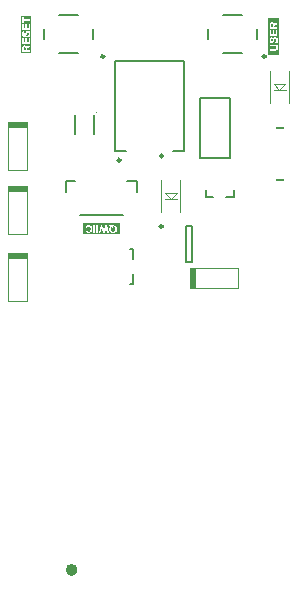
<source format=gto>
G04*
G04 #@! TF.GenerationSoftware,Altium Limited,Altium Designer,24.1.2 (44)*
G04*
G04 Layer_Color=65535*
%FSLAX23Y23*%
%MOIN*%
G70*
G04*
G04 #@! TF.SameCoordinates,2B9B36D7-F7CC-424B-A3D7-6DE2A24948DF*
G04*
G04*
G04 #@! TF.FilePolarity,Positive*
G04*
G01*
G75*
%ADD10C,0.010*%
%ADD11C,0.020*%
%ADD12C,0.004*%
%ADD13C,0.008*%
%ADD14R,0.029X0.007*%
G36*
X84Y1816D02*
X19D01*
Y1833D01*
X84D01*
Y1816D01*
D02*
G37*
G36*
Y1603D02*
X19D01*
Y1620D01*
X84D01*
Y1603D01*
D02*
G37*
G36*
Y1379D02*
X19D01*
Y1396D01*
X84D01*
Y1379D01*
D02*
G37*
G36*
X645Y1279D02*
X628D01*
Y1344D01*
X645D01*
Y1279D01*
D02*
G37*
G36*
X393Y1459D02*
X269D01*
Y1494D01*
X393D01*
Y1459D01*
D02*
G37*
G36*
X98Y2063D02*
X63D01*
Y2187D01*
X98D01*
Y2063D01*
D02*
G37*
G36*
X923Y2056D02*
X888D01*
Y2180D01*
X923D01*
Y2056D01*
D02*
G37*
%LPC*%
G36*
X350Y1488D02*
X345D01*
X339Y1469D01*
X334Y1488D01*
X329D01*
X323Y1463D01*
X350D01*
X342D01*
X347Y1480D01*
X351Y1463D01*
X356D01*
X350Y1488D01*
D02*
G37*
G36*
X290Y1489D02*
X279D01*
X289D01*
X289Y1489D01*
X288Y1488D01*
X287Y1488D01*
X287Y1488D01*
X286Y1488D01*
X285Y1488D01*
X285Y1488D01*
X284Y1488D01*
X284Y1487D01*
X284Y1487D01*
X283Y1487D01*
X283Y1487D01*
X283Y1487D01*
X283Y1487D01*
X283Y1487D01*
X283Y1487D01*
X282Y1486D01*
X282Y1486D01*
X281Y1485D01*
X281Y1485D01*
X281Y1484D01*
X280Y1484D01*
X280Y1483D01*
X279Y1482D01*
X279Y1482D01*
X279Y1481D01*
X279Y1481D01*
X279Y1481D01*
X279Y1480D01*
X279Y1480D01*
Y1480D01*
Y1480D01*
Y1480D01*
X284Y1479D01*
X284Y1479D01*
X284Y1480D01*
X284Y1480D01*
X284Y1480D01*
X285Y1481D01*
X285Y1481D01*
X285Y1482D01*
X285Y1482D01*
X285Y1482D01*
X286Y1483D01*
X286Y1483D01*
X286Y1483D01*
X286Y1483D01*
X287Y1483D01*
X287Y1484D01*
X288Y1484D01*
X288Y1484D01*
X289Y1484D01*
X289Y1484D01*
X289Y1484D01*
X289D01*
X290Y1484D01*
X290Y1484D01*
X291Y1484D01*
X291Y1484D01*
X292Y1483D01*
X293Y1483D01*
X293Y1483D01*
X293Y1483D01*
X294Y1483D01*
X294Y1482D01*
X294Y1482D01*
X294Y1482D01*
X294Y1482D01*
X294Y1482D01*
X294Y1482D01*
X295Y1481D01*
X295Y1481D01*
X295Y1480D01*
X295Y1479D01*
X296Y1478D01*
X296Y1477D01*
X296Y1477D01*
X296Y1476D01*
X296Y1476D01*
X296Y1476D01*
Y1475D01*
Y1475D01*
Y1475D01*
X296Y1474D01*
X296Y1474D01*
X296Y1473D01*
X295Y1472D01*
X295Y1472D01*
X295Y1471D01*
X295Y1471D01*
X295Y1470D01*
X295Y1470D01*
X295Y1469D01*
X294Y1469D01*
X294Y1469D01*
X294Y1469D01*
X294Y1469D01*
X294Y1469D01*
X294Y1469D01*
X294Y1468D01*
X293Y1468D01*
X293Y1468D01*
X293Y1467D01*
X292Y1467D01*
X292Y1467D01*
X291Y1467D01*
X290Y1467D01*
X290Y1467D01*
X290Y1467D01*
X290Y1466D01*
X289D01*
X289Y1467D01*
X288Y1467D01*
X287Y1467D01*
X287Y1467D01*
X286Y1467D01*
X286Y1467D01*
X286Y1468D01*
X286Y1468D01*
X285Y1468D01*
X285Y1469D01*
X285Y1469D01*
X284Y1470D01*
X284Y1470D01*
X284Y1470D01*
X284Y1471D01*
X284Y1471D01*
X284Y1471D01*
Y1471D01*
X279Y1470D01*
X279Y1469D01*
X279Y1468D01*
X279Y1468D01*
X280Y1468D01*
X280Y1467D01*
X280Y1467D01*
X280Y1466D01*
X281Y1466D01*
X281Y1466D01*
X281Y1466D01*
X281Y1465D01*
X281Y1465D01*
X281Y1465D01*
X281Y1465D01*
X281Y1465D01*
X281Y1465D01*
X282Y1464D01*
X283Y1464D01*
X283Y1464D01*
X284Y1463D01*
X285Y1463D01*
X285Y1463D01*
X286Y1463D01*
X286Y1462D01*
X287Y1462D01*
X287Y1462D01*
X288Y1462D01*
X288Y1462D01*
X289D01*
X289Y1462D01*
X279D01*
X301D01*
X289D01*
X290Y1462D01*
X291Y1462D01*
X292Y1462D01*
X293Y1463D01*
X294Y1463D01*
X294Y1463D01*
X295Y1463D01*
X295Y1464D01*
X296Y1464D01*
X296Y1464D01*
X297Y1465D01*
X297Y1465D01*
X297Y1465D01*
X298Y1465D01*
X298Y1466D01*
X298Y1466D01*
X298Y1466D01*
X299Y1467D01*
X299Y1468D01*
X300Y1469D01*
X300Y1469D01*
X300Y1470D01*
X300Y1471D01*
X301Y1472D01*
X301Y1473D01*
X301Y1473D01*
X301Y1474D01*
X301Y1474D01*
X301Y1475D01*
X301Y1475D01*
Y1476D01*
X301Y1477D01*
X301Y1478D01*
X301Y1479D01*
X301Y1480D01*
X300Y1480D01*
X300Y1481D01*
X300Y1482D01*
X299Y1483D01*
X299Y1483D01*
X299Y1484D01*
X299Y1484D01*
X298Y1484D01*
X298Y1485D01*
X298Y1485D01*
X298Y1485D01*
X298Y1485D01*
X297Y1486D01*
X297Y1486D01*
X296Y1487D01*
X295Y1487D01*
X294Y1487D01*
X294Y1488D01*
X293Y1488D01*
X292Y1488D01*
X292Y1488D01*
X291Y1488D01*
X291Y1488D01*
X290Y1488D01*
X290Y1489D01*
X290Y1489D01*
D02*
G37*
G36*
X320Y1488D02*
X315D01*
Y1463D01*
X320D01*
Y1488D01*
D02*
G37*
G36*
X310D02*
X305D01*
Y1463D01*
X310D01*
Y1488D01*
D02*
G37*
G36*
X359Y1491D02*
X357Y1487D01*
X358Y1487D01*
X358Y1486D01*
X359Y1486D01*
X360Y1486D01*
X360Y1485D01*
X361Y1485D01*
X361Y1485D01*
X361Y1485D01*
X361Y1485D01*
X361Y1485D01*
X361D01*
X361Y1484D01*
X360Y1484D01*
X360Y1483D01*
X359Y1482D01*
X359Y1482D01*
X359Y1481D01*
X359Y1481D01*
X359Y1481D01*
X359Y1481D01*
Y1481D01*
X358Y1480D01*
X358Y1479D01*
X358Y1478D01*
X358Y1477D01*
X358Y1477D01*
X358Y1476D01*
Y1476D01*
X358Y1476D01*
Y1476D01*
Y1475D01*
Y1475D01*
Y1475D01*
X358Y1474D01*
X358Y1473D01*
X358Y1472D01*
X358Y1471D01*
X359Y1470D01*
X359Y1469D01*
X359Y1469D01*
X360Y1468D01*
X360Y1467D01*
X360Y1467D01*
X360Y1467D01*
X361Y1466D01*
X361Y1466D01*
X361Y1466D01*
X361Y1466D01*
X361Y1466D01*
X362Y1465D01*
X363Y1464D01*
X363Y1464D01*
X364Y1464D01*
X365Y1463D01*
X366Y1463D01*
X366Y1463D01*
X367Y1462D01*
X368Y1462D01*
X368Y1462D01*
X369Y1462D01*
X369Y1462D01*
X370Y1462D01*
X370Y1462D01*
X357D01*
X370D01*
X371Y1462D01*
X372Y1462D01*
X373Y1462D01*
X374Y1463D01*
X375Y1463D01*
X376Y1463D01*
X376Y1463D01*
X377Y1464D01*
X377Y1464D01*
X378Y1464D01*
X378Y1465D01*
X379Y1465D01*
X379Y1465D01*
X379Y1465D01*
X379Y1466D01*
X379Y1466D01*
X380Y1466D01*
X380Y1467D01*
X381Y1468D01*
X381Y1469D01*
X382Y1469D01*
X382Y1470D01*
X382Y1471D01*
X382Y1472D01*
X382Y1472D01*
X382Y1473D01*
X383Y1474D01*
X383Y1474D01*
X383Y1475D01*
X383Y1475D01*
Y1462D01*
Y1475D01*
X383Y1476D01*
X383Y1478D01*
X382Y1479D01*
X382Y1480D01*
X382Y1480D01*
X382Y1481D01*
X381Y1482D01*
X381Y1483D01*
X381Y1483D01*
X380Y1484D01*
X380Y1484D01*
X380Y1484D01*
X380Y1485D01*
X379Y1485D01*
X379Y1485D01*
X379Y1485D01*
X379Y1486D01*
X378Y1486D01*
X377Y1487D01*
X376Y1487D01*
X376Y1487D01*
X375Y1488D01*
X374Y1488D01*
X373Y1488D01*
X373Y1488D01*
X372Y1488D01*
X372Y1488D01*
X371Y1489D01*
X371Y1489D01*
X370Y1489D01*
X370D01*
X369Y1489D01*
X368Y1488D01*
X367Y1488D01*
X367Y1488D01*
X366Y1488D01*
X366Y1488D01*
X365Y1488D01*
X365Y1488D01*
X365Y1488D01*
X365Y1488D01*
X365Y1488D01*
X365Y1487D01*
X365D01*
X364Y1488D01*
X363Y1488D01*
X363Y1488D01*
X363Y1489D01*
X362Y1489D01*
X362Y1489D01*
X362Y1489D01*
X362Y1489D01*
X361Y1490D01*
X361Y1490D01*
X361Y1490D01*
X361Y1490D01*
X360Y1490D01*
X360Y1490D01*
X360Y1490D01*
X359Y1491D01*
X359Y1491D01*
X359Y1491D01*
X359Y1491D01*
D02*
G37*
%LPD*%
G36*
X336Y1463D02*
X328D01*
X332Y1480D01*
X336Y1463D01*
D02*
G37*
G36*
X371Y1484D02*
X371Y1484D01*
X372Y1484D01*
X372Y1484D01*
X373Y1484D01*
X374Y1483D01*
X374Y1483D01*
X374Y1483D01*
X375Y1483D01*
X375Y1483D01*
X375Y1482D01*
X375Y1482D01*
X375Y1482D01*
X375Y1482D01*
X375Y1482D01*
X376Y1482D01*
X376Y1481D01*
X376Y1481D01*
X376Y1480D01*
X377Y1479D01*
X377Y1479D01*
X377Y1478D01*
X377Y1477D01*
X377Y1477D01*
X377Y1476D01*
X377Y1476D01*
X377Y1476D01*
Y1476D01*
Y1475D01*
Y1475D01*
X377Y1475D01*
X377Y1474D01*
X377Y1473D01*
X377Y1472D01*
X377Y1472D01*
X377Y1471D01*
X377Y1471D01*
X376Y1470D01*
X376Y1470D01*
X376Y1470D01*
X376Y1469D01*
X376Y1469D01*
X376Y1469D01*
X375Y1469D01*
X375Y1469D01*
X375Y1469D01*
X375Y1468D01*
X375Y1468D01*
X374Y1468D01*
X374Y1467D01*
X373Y1467D01*
X373Y1467D01*
X372Y1467D01*
X372Y1467D01*
X371Y1467D01*
X371Y1467D01*
X371Y1467D01*
X371Y1466D01*
X370D01*
X370Y1467D01*
X369Y1467D01*
X369Y1467D01*
X368Y1467D01*
X368Y1467D01*
X367Y1467D01*
X367Y1467D01*
X367Y1468D01*
X366Y1468D01*
X366Y1468D01*
X366Y1468D01*
X366Y1468D01*
X365Y1468D01*
X365Y1469D01*
X365Y1469D01*
X365Y1469D01*
X365Y1469D01*
X364Y1470D01*
X364Y1470D01*
X364Y1471D01*
X364Y1471D01*
X364Y1472D01*
X363Y1473D01*
X363Y1473D01*
X363Y1474D01*
X363Y1474D01*
X363Y1475D01*
X363Y1475D01*
Y1475D01*
Y1475D01*
Y1475D01*
X363Y1476D01*
X363Y1477D01*
X363Y1477D01*
X363Y1478D01*
X364Y1479D01*
X364Y1479D01*
X364Y1479D01*
Y1479D01*
X364Y1479D01*
Y1479D01*
X364Y1480D01*
X364Y1480D01*
X364Y1481D01*
X365Y1481D01*
X365Y1482D01*
X365Y1482D01*
X365Y1482D01*
X365Y1482D01*
X366Y1481D01*
X367Y1481D01*
X368Y1480D01*
X368Y1480D01*
X369Y1480D01*
X369Y1480D01*
X369Y1480D01*
X370Y1479D01*
X370Y1479D01*
X370Y1479D01*
X370Y1479D01*
X370D01*
X371Y1482D01*
X371Y1483D01*
X370Y1483D01*
X370Y1483D01*
X369Y1483D01*
X369Y1484D01*
X369Y1484D01*
X368Y1484D01*
X368Y1484D01*
X368D01*
X369Y1484D01*
X369Y1484D01*
X369Y1484D01*
X370Y1484D01*
X370D01*
X370Y1484D01*
X370D01*
X371Y1484D01*
D02*
G37*
%LPC*%
G36*
X94Y2183D02*
Y2175D01*
X72D01*
Y2183D01*
X68D01*
Y2162D01*
X94D01*
Y2183D01*
D02*
G37*
G36*
Y2160D02*
X68D01*
X89D01*
Y2146D01*
X82D01*
Y2158D01*
X78D01*
Y2146D01*
X72D01*
Y2159D01*
X68D01*
Y2140D01*
X94D01*
Y2160D01*
D02*
G37*
G36*
X94Y2136D02*
D01*
Y2126D01*
X94Y2127D01*
X94Y2128D01*
X94Y2129D01*
X94Y2129D01*
X94Y2129D01*
X94Y2130D01*
X93Y2130D01*
X93Y2130D01*
X93Y2131D01*
X93Y2131D01*
X93Y2131D01*
X93Y2131D01*
X93Y2131D01*
Y2131D01*
X93Y2132D01*
X92Y2133D01*
X92Y2133D01*
X91Y2134D01*
X91Y2134D01*
X91Y2135D01*
X90Y2135D01*
X90Y2135D01*
X90Y2135D01*
X90D01*
X89Y2135D01*
X89Y2136D01*
X88Y2136D01*
X87Y2136D01*
X87Y2136D01*
X87Y2136D01*
X86D01*
X86Y2136D01*
X67D01*
X86D01*
X85Y2136D01*
X84Y2136D01*
X84Y2136D01*
X83Y2136D01*
X83Y2135D01*
X82Y2135D01*
X82Y2135D01*
X82Y2135D01*
X82Y2135D01*
X82Y2135D01*
X82D01*
X81Y2135D01*
X81Y2134D01*
X80Y2134D01*
X80Y2133D01*
X80Y2133D01*
X80Y2132D01*
X79Y2132D01*
X79Y2132D01*
X79Y2132D01*
Y2132D01*
X79Y2132D01*
X79Y2131D01*
X79Y2131D01*
X78Y2130D01*
X78Y2129D01*
X78Y2128D01*
X78Y2128D01*
X78Y2128D01*
X78Y2127D01*
X78Y2127D01*
X78Y2127D01*
X77Y2127D01*
Y2127D01*
X77Y2126D01*
X77Y2125D01*
X77Y2125D01*
X77Y2124D01*
X77Y2124D01*
X77Y2123D01*
X76Y2123D01*
X76Y2123D01*
X76Y2123D01*
X76Y2122D01*
X76Y2122D01*
X76Y2122D01*
X76Y2122D01*
X76Y2122D01*
X76Y2122D01*
X76Y2122D01*
X75Y2121D01*
X75Y2121D01*
X75Y2121D01*
X75Y2121D01*
X74Y2121D01*
X74D01*
X74D01*
X74Y2121D01*
X74Y2121D01*
X73Y2121D01*
X73Y2122D01*
X73Y2122D01*
X73Y2122D01*
X73Y2122D01*
X73Y2122D01*
X72Y2122D01*
X72Y2123D01*
X72Y2124D01*
X72Y2124D01*
X72Y2125D01*
Y2125D01*
X72Y2125D01*
Y2125D01*
X72Y2126D01*
X72Y2127D01*
X72Y2127D01*
X72Y2128D01*
X72Y2128D01*
X72Y2129D01*
X73Y2129D01*
X73Y2129D01*
X73Y2129D01*
X73Y2129D01*
X74Y2130D01*
X74Y2130D01*
X75Y2130D01*
X75Y2130D01*
X75Y2130D01*
X75Y2130D01*
X75D01*
X75D01*
X75Y2135D01*
X75Y2135D01*
X74Y2135D01*
X73Y2135D01*
X73Y2135D01*
X72Y2135D01*
X72Y2134D01*
X71Y2134D01*
X71Y2134D01*
X71Y2134D01*
X70Y2134D01*
X70Y2133D01*
X70Y2133D01*
X70Y2133D01*
X70Y2133D01*
X70Y2133D01*
X70Y2133D01*
X69Y2132D01*
X69Y2132D01*
X69Y2131D01*
X68Y2131D01*
X68Y2130D01*
X68Y2129D01*
X68Y2128D01*
X68Y2128D01*
X68Y2127D01*
X68Y2127D01*
X67Y2126D01*
X67Y2126D01*
Y2126D01*
X67Y2124D01*
X68Y2123D01*
X68Y2123D01*
X68Y2122D01*
X68Y2122D01*
X68Y2122D01*
X68Y2121D01*
X68Y2121D01*
X68Y2121D01*
X68Y2121D01*
X68Y2121D01*
X68Y2121D01*
Y2120D01*
X69Y2120D01*
X69Y2119D01*
X70Y2119D01*
X70Y2118D01*
X70Y2118D01*
X71Y2118D01*
X71Y2117D01*
X71Y2117D01*
X71D01*
X72Y2117D01*
X72Y2117D01*
X73Y2116D01*
X73Y2116D01*
X74Y2116D01*
X74Y2116D01*
X74Y2116D01*
X74D01*
X75D01*
X75D01*
X75Y2116D01*
X76Y2116D01*
X76Y2116D01*
X77Y2117D01*
X78Y2117D01*
X78Y2117D01*
X78Y2117D01*
X79Y2118D01*
X79Y2118D01*
X79Y2118D01*
X79Y2118D01*
X80Y2118D01*
X80Y2118D01*
X80Y2119D01*
X80Y2119D01*
X80Y2119D01*
X80Y2119D01*
X81Y2120D01*
X81Y2120D01*
X81Y2121D01*
X82Y2122D01*
X82Y2123D01*
X82Y2123D01*
X82Y2123D01*
X82Y2124D01*
X82Y2124D01*
X82Y2124D01*
X82Y2124D01*
Y2124D01*
X82Y2125D01*
X83Y2125D01*
X83Y2126D01*
X83Y2126D01*
X83Y2127D01*
X83Y2127D01*
X83Y2127D01*
X83Y2128D01*
X83Y2128D01*
X83Y2128D01*
X83Y2128D01*
X83Y2128D01*
X83Y2128D01*
X83Y2129D01*
X84Y2129D01*
X84Y2129D01*
X84Y2130D01*
X84Y2130D01*
X84Y2130D01*
X84Y2130D01*
X85Y2130D01*
X85Y2130D01*
X85Y2131D01*
X85Y2131D01*
X85Y2131D01*
X86Y2131D01*
X86Y2131D01*
X86Y2131D01*
X86D01*
X86D01*
X87Y2131D01*
X87Y2131D01*
X88Y2130D01*
X88Y2130D01*
X88Y2130D01*
X88Y2130D01*
X89Y2130D01*
X89Y2130D01*
X89Y2129D01*
X89Y2128D01*
X89Y2128D01*
X89Y2127D01*
X90Y2127D01*
X90Y2126D01*
Y2126D01*
X90Y2126D01*
Y2126D01*
X90Y2125D01*
X89Y2124D01*
X89Y2124D01*
X89Y2123D01*
X89Y2123D01*
X89Y2122D01*
X88Y2122D01*
X88Y2122D01*
X88Y2122D01*
X87Y2121D01*
X87Y2121D01*
X86Y2121D01*
X86Y2120D01*
X85Y2120D01*
X85Y2120D01*
X85Y2120D01*
X85Y2120D01*
X85Y2120D01*
X85D01*
X85Y2115D01*
X86Y2115D01*
X87Y2116D01*
X87Y2116D01*
X88Y2116D01*
X89Y2116D01*
X89Y2116D01*
X90Y2117D01*
X90Y2117D01*
X90Y2117D01*
X91Y2118D01*
X91Y2118D01*
X91Y2118D01*
X92Y2118D01*
X92Y2118D01*
X92Y2118D01*
X92Y2118D01*
X92Y2119D01*
X92Y2119D01*
X93Y2120D01*
X93Y2121D01*
X93Y2121D01*
X93Y2122D01*
X94Y2123D01*
X94Y2124D01*
X94Y2124D01*
X94Y2125D01*
X94Y2125D01*
X94Y2125D01*
Y2117D01*
Y2136D01*
D02*
G37*
G36*
X94Y2112D02*
X68D01*
X89D01*
Y2098D01*
X82D01*
Y2111D01*
X78D01*
Y2098D01*
X72D01*
Y2112D01*
X68D01*
Y2093D01*
X94D01*
Y2112D01*
D02*
G37*
G36*
Y2090D02*
X89Y2087D01*
X88Y2086D01*
X87Y2086D01*
X87Y2086D01*
X87Y2086D01*
X86Y2085D01*
X86Y2085D01*
X86Y2085D01*
X85Y2085D01*
X85Y2084D01*
X85Y2084D01*
X85Y2084D01*
X84Y2084D01*
X84Y2084D01*
X84Y2083D01*
X84Y2083D01*
X83Y2083D01*
X83Y2082D01*
X83Y2082D01*
X82Y2081D01*
X82Y2081D01*
X82Y2081D01*
Y2081D01*
X82Y2082D01*
X82Y2082D01*
X82Y2083D01*
X82Y2083D01*
X81Y2084D01*
X81Y2084D01*
X81Y2085D01*
X81Y2085D01*
X81Y2085D01*
X80Y2085D01*
X80Y2086D01*
X80Y2086D01*
X80Y2086D01*
X80Y2086D01*
X80Y2086D01*
X80Y2086D01*
X79Y2086D01*
X79Y2087D01*
X79Y2087D01*
X78Y2087D01*
X78Y2087D01*
X77Y2088D01*
X76Y2088D01*
X76Y2088D01*
X76Y2088D01*
X76Y2088D01*
X75Y2088D01*
X75D01*
X75D01*
X75D01*
X74Y2088D01*
X73Y2088D01*
X73Y2088D01*
X72Y2087D01*
X72Y2087D01*
X72Y2087D01*
X71Y2087D01*
X71Y2087D01*
X71Y2087D01*
X71Y2087D01*
X71D01*
X70Y2086D01*
X70Y2086D01*
X70Y2085D01*
X69Y2085D01*
X69Y2084D01*
X69Y2084D01*
X69Y2084D01*
X69Y2084D01*
X69Y2084D01*
Y2084D01*
X68Y2083D01*
X68Y2083D01*
X68Y2083D01*
X68Y2082D01*
X68Y2081D01*
X68Y2080D01*
X68Y2080D01*
X68Y2079D01*
Y2079D01*
X68Y2078D01*
Y2067D01*
X94D01*
Y2090D01*
D02*
G37*
%LPD*%
G36*
Y2162D02*
X72D01*
Y2170D01*
X94D01*
Y2162D01*
D02*
G37*
G36*
Y2072D02*
X83D01*
Y2074D01*
X83Y2074D01*
X83Y2075D01*
X83Y2075D01*
X83Y2075D01*
X83Y2076D01*
X83Y2076D01*
Y2076D01*
X83Y2076D01*
X83Y2076D01*
X84Y2077D01*
X84Y2077D01*
X84Y2077D01*
X84Y2077D01*
X84Y2077D01*
X84Y2077D01*
X84Y2077D01*
X85Y2078D01*
X85Y2078D01*
X85Y2078D01*
X86Y2078D01*
X86Y2079D01*
X87Y2079D01*
X87Y2080D01*
X87Y2080D01*
X88Y2080D01*
X88Y2080D01*
X88Y2080D01*
X88Y2080D01*
X94Y2084D01*
Y2072D01*
D02*
G37*
G36*
X76Y2083D02*
X76Y2082D01*
X77Y2082D01*
X77Y2082D01*
X77Y2082D01*
X77Y2082D01*
X77Y2082D01*
X77Y2082D01*
X78Y2082D01*
X78Y2082D01*
X78Y2081D01*
X78Y2081D01*
X78Y2081D01*
X78Y2081D01*
X78Y2081D01*
Y2081D01*
X78Y2080D01*
X79Y2080D01*
X79Y2080D01*
X79Y2079D01*
X79Y2079D01*
X79Y2078D01*
Y2077D01*
X79Y2077D01*
Y2072D01*
X72D01*
Y2078D01*
X72Y2078D01*
Y2079D01*
X72Y2079D01*
Y2080D01*
X72Y2080D01*
Y2080D01*
X72Y2080D01*
X73Y2081D01*
X73Y2081D01*
X73Y2081D01*
X73Y2082D01*
X73Y2082D01*
X73Y2082D01*
X73Y2082D01*
X74Y2082D01*
X74Y2082D01*
X74Y2082D01*
X75Y2082D01*
X75Y2083D01*
X75Y2083D01*
X75D01*
X75D01*
X76Y2083D01*
D02*
G37*
%LPC*%
G36*
X918Y2166D02*
X913Y2163D01*
X913Y2163D01*
X912Y2163D01*
X912Y2162D01*
X911Y2162D01*
X911Y2162D01*
X911Y2162D01*
X910Y2161D01*
X910Y2161D01*
X910Y2161D01*
X910Y2161D01*
X909Y2161D01*
X909Y2160D01*
X909Y2160D01*
X909Y2160D01*
X908Y2159D01*
X908Y2159D01*
X908Y2159D01*
X907Y2158D01*
X907Y2158D01*
X907Y2158D01*
X907Y2158D01*
Y2158D01*
X907Y2158D01*
X907Y2159D01*
X907Y2159D01*
X906Y2160D01*
X906Y2160D01*
X906Y2161D01*
X906Y2161D01*
X906Y2161D01*
X905Y2162D01*
X905Y2162D01*
X905Y2162D01*
X905Y2162D01*
X905Y2162D01*
X905Y2163D01*
X905Y2163D01*
X905Y2163D01*
X904Y2163D01*
X904Y2163D01*
X904Y2163D01*
X903Y2164D01*
X902Y2164D01*
X902Y2164D01*
X901Y2164D01*
X901Y2164D01*
X901Y2164D01*
X900Y2164D01*
X900Y2164D01*
X900D01*
X900D01*
X900D01*
X899Y2164D01*
X898Y2164D01*
X898Y2164D01*
X897Y2164D01*
X897Y2164D01*
X896Y2163D01*
X896Y2163D01*
X896Y2163D01*
X896Y2163D01*
X896Y2163D01*
X896D01*
X895Y2163D01*
X895Y2162D01*
X894Y2162D01*
X894Y2161D01*
X894Y2161D01*
X894Y2161D01*
X893Y2160D01*
X893Y2160D01*
X893Y2160D01*
Y2160D01*
X893Y2160D01*
X893Y2159D01*
X893Y2159D01*
X893Y2159D01*
X893Y2158D01*
X893Y2157D01*
X893Y2156D01*
X893Y2156D01*
Y2155D01*
X893Y2155D01*
Y2155D01*
Y2155D01*
Y2143D01*
X918D01*
Y2166D01*
D02*
G37*
G36*
Y2139D02*
X893D01*
X914D01*
Y2125D01*
X907D01*
Y2138D01*
X903D01*
Y2125D01*
X897D01*
Y2139D01*
X893D01*
Y2120D01*
X918D01*
Y2139D01*
D02*
G37*
G36*
X919Y2115D02*
D01*
Y2105D01*
X919Y2106D01*
X919Y2107D01*
X919Y2108D01*
X918Y2108D01*
X918Y2109D01*
X918Y2109D01*
X918Y2109D01*
X918Y2110D01*
X918Y2110D01*
X918Y2110D01*
X918Y2110D01*
X918Y2110D01*
X918Y2110D01*
Y2110D01*
X917Y2111D01*
X917Y2112D01*
X917Y2113D01*
X916Y2113D01*
X916Y2113D01*
X915Y2114D01*
X915Y2114D01*
X915Y2114D01*
X915Y2114D01*
X915D01*
X914Y2114D01*
X914Y2115D01*
X913Y2115D01*
X912Y2115D01*
X912Y2115D01*
X911Y2115D01*
X911D01*
X911Y2115D01*
X892D01*
X911D01*
X910Y2115D01*
X909Y2115D01*
X908Y2115D01*
X908Y2115D01*
X907Y2114D01*
X907Y2114D01*
X907Y2114D01*
X907Y2114D01*
X907Y2114D01*
X907Y2114D01*
X907D01*
X906Y2114D01*
X906Y2113D01*
X905Y2113D01*
X905Y2112D01*
X905Y2112D01*
X904Y2112D01*
X904Y2111D01*
X904Y2111D01*
X904Y2111D01*
Y2111D01*
X904Y2111D01*
X904Y2111D01*
X903Y2110D01*
X903Y2109D01*
X903Y2108D01*
X903Y2107D01*
X903Y2107D01*
X903Y2107D01*
X902Y2106D01*
X902Y2106D01*
X902Y2106D01*
X902Y2106D01*
Y2106D01*
X902Y2105D01*
X902Y2104D01*
X902Y2104D01*
X902Y2103D01*
X901Y2103D01*
X901Y2103D01*
X901Y2102D01*
X901Y2102D01*
X901Y2102D01*
X901Y2102D01*
X901Y2101D01*
X901Y2101D01*
X901Y2101D01*
X901Y2101D01*
X901Y2101D01*
X900Y2101D01*
X900Y2101D01*
X900Y2100D01*
X900Y2100D01*
X899Y2100D01*
X899Y2100D01*
X899D01*
X899D01*
X899Y2100D01*
X898Y2100D01*
X898Y2101D01*
X898Y2101D01*
X898Y2101D01*
X898Y2101D01*
X897Y2101D01*
X897Y2101D01*
X897Y2102D01*
X897Y2102D01*
X897Y2103D01*
X897Y2103D01*
X897Y2104D01*
Y2104D01*
X897Y2104D01*
Y2105D01*
X897Y2105D01*
X897Y2106D01*
X897Y2107D01*
X897Y2107D01*
X897Y2107D01*
X897Y2108D01*
X897Y2108D01*
X897Y2108D01*
X898Y2108D01*
X898Y2109D01*
X899Y2109D01*
X899Y2109D01*
X900Y2109D01*
X900Y2109D01*
X900Y2109D01*
X900Y2109D01*
X900D01*
X900D01*
X900Y2114D01*
X899Y2114D01*
X899Y2114D01*
X898Y2114D01*
X898Y2114D01*
X897Y2114D01*
X897Y2114D01*
X896Y2113D01*
X896Y2113D01*
X896Y2113D01*
X895Y2113D01*
X895Y2112D01*
X895Y2112D01*
X895Y2112D01*
X894Y2112D01*
X894Y2112D01*
X894Y2112D01*
X894Y2111D01*
X894Y2111D01*
X893Y2110D01*
X893Y2110D01*
X893Y2109D01*
X893Y2109D01*
X893Y2107D01*
X892Y2107D01*
X892Y2106D01*
X892Y2106D01*
X892Y2105D01*
X892Y2105D01*
Y2105D01*
X892Y2104D01*
X892Y2103D01*
X893Y2102D01*
X893Y2101D01*
X893Y2101D01*
X893Y2101D01*
X893Y2100D01*
X893Y2100D01*
X893Y2100D01*
X893Y2100D01*
X893Y2100D01*
X893Y2100D01*
Y2100D01*
X894Y2099D01*
X894Y2098D01*
X894Y2098D01*
X895Y2097D01*
X895Y2097D01*
X895Y2097D01*
X896Y2096D01*
X896Y2096D01*
X896D01*
X896Y2096D01*
X897Y2096D01*
X898Y2096D01*
X898Y2095D01*
X899Y2095D01*
X899Y2095D01*
X899Y2095D01*
X899D01*
X899D01*
X899D01*
X900Y2095D01*
X900Y2095D01*
X901Y2096D01*
X901Y2096D01*
X902Y2096D01*
X903Y2096D01*
X903Y2096D01*
X903Y2097D01*
X904Y2097D01*
X904Y2097D01*
X904Y2097D01*
X904Y2097D01*
X904Y2098D01*
X905Y2098D01*
X905Y2098D01*
X905Y2098D01*
X905Y2098D01*
X905Y2099D01*
X906Y2099D01*
X906Y2100D01*
X906Y2101D01*
X907Y2102D01*
X907Y2102D01*
X907Y2102D01*
X907Y2103D01*
X907Y2103D01*
X907Y2103D01*
X907Y2103D01*
Y2103D01*
X907Y2104D01*
X907Y2105D01*
X908Y2105D01*
X908Y2105D01*
X908Y2106D01*
X908Y2106D01*
X908Y2107D01*
X908Y2107D01*
X908Y2107D01*
X908Y2107D01*
X908Y2107D01*
X908Y2107D01*
X908Y2108D01*
X908Y2108D01*
X908Y2108D01*
X909Y2108D01*
X909Y2109D01*
X909Y2109D01*
X909Y2109D01*
X909Y2109D01*
X909Y2109D01*
X909Y2109D01*
X910Y2110D01*
X910Y2110D01*
X910Y2110D01*
X910Y2110D01*
X911Y2110D01*
X911Y2110D01*
X911D01*
X911D01*
X911Y2110D01*
X912Y2110D01*
X912Y2110D01*
X913Y2109D01*
X913Y2109D01*
X913Y2109D01*
X913Y2109D01*
X913Y2109D01*
X914Y2108D01*
X914Y2108D01*
X914Y2107D01*
X914Y2106D01*
X914Y2106D01*
X914Y2106D01*
Y2105D01*
X914Y2105D01*
Y2105D01*
X914Y2104D01*
X914Y2103D01*
X914Y2103D01*
X914Y2102D01*
X914Y2102D01*
X913Y2101D01*
X913Y2101D01*
X913Y2101D01*
X913Y2101D01*
X912Y2100D01*
X912Y2100D01*
X911Y2100D01*
X910Y2100D01*
X910Y2100D01*
X910Y2099D01*
X910Y2099D01*
X910Y2099D01*
X910Y2099D01*
X910D01*
X910Y2094D01*
X911Y2094D01*
X912Y2095D01*
X912Y2095D01*
X913Y2095D01*
X913Y2095D01*
X914Y2096D01*
X914Y2096D01*
X915Y2096D01*
X915Y2096D01*
X916Y2097D01*
X916Y2097D01*
X916Y2097D01*
X916Y2097D01*
X916Y2097D01*
X917Y2097D01*
X917Y2097D01*
X917Y2098D01*
X917Y2099D01*
X918Y2099D01*
X918Y2100D01*
X918Y2100D01*
X918Y2101D01*
X919Y2102D01*
X919Y2103D01*
X919Y2103D01*
X919Y2104D01*
X919Y2104D01*
X919Y2104D01*
Y2094D01*
Y2115D01*
D02*
G37*
G36*
Y2090D02*
Y2080D01*
X919Y2081D01*
X919Y2082D01*
X919Y2083D01*
X918Y2084D01*
X918Y2084D01*
X918Y2084D01*
X918Y2084D01*
X918Y2085D01*
X918Y2085D01*
X918Y2085D01*
X918Y2085D01*
X918Y2085D01*
Y2085D01*
X918Y2086D01*
X917Y2087D01*
X917Y2087D01*
X917Y2087D01*
X916Y2088D01*
X916Y2088D01*
X916Y2088D01*
X916Y2088D01*
X915Y2089D01*
X915Y2089D01*
X914Y2089D01*
X914Y2089D01*
X913Y2090D01*
X913Y2090D01*
X913Y2090D01*
X913D01*
X913Y2090D01*
X913D01*
X912Y2090D01*
X912Y2090D01*
X911Y2090D01*
X911Y2090D01*
X910Y2090D01*
X909Y2090D01*
X908Y2090D01*
X908D01*
X907Y2090D01*
X893D01*
Y2085D01*
X907D01*
X907D01*
X908D01*
X908Y2085D01*
X909D01*
X909Y2085D01*
X910D01*
X910Y2085D01*
X910D01*
X910Y2085D01*
X911Y2085D01*
X911D01*
X911Y2085D01*
X911Y2085D01*
X911D01*
X912Y2085D01*
X912Y2085D01*
X913Y2084D01*
X913Y2084D01*
X913Y2084D01*
X913Y2084D01*
X913Y2084D01*
X913Y2083D01*
X914Y2083D01*
X914Y2082D01*
X914Y2082D01*
X914Y2081D01*
X914Y2081D01*
X914Y2081D01*
Y2080D01*
X914Y2079D01*
X914Y2079D01*
X914Y2078D01*
X914Y2078D01*
X914Y2077D01*
X914Y2077D01*
X913Y2077D01*
X913Y2077D01*
X913Y2076D01*
X913Y2076D01*
X912Y2076D01*
X912Y2075D01*
X911Y2075D01*
X911Y2075D01*
X911Y2075D01*
X911Y2075D01*
X911D01*
X911Y2075D01*
X910Y2075D01*
X910D01*
X910Y2075D01*
X909Y2075D01*
X908D01*
X908Y2075D01*
X907D01*
X907D01*
X907D01*
X907D01*
X907D01*
X907D01*
X893D01*
Y2070D01*
X907D01*
X908Y2070D01*
X909D01*
X909Y2070D01*
X910Y2070D01*
X910Y2070D01*
X911Y2070D01*
X911Y2070D01*
X912Y2070D01*
X912Y2070D01*
X912Y2070D01*
X912Y2070D01*
X913Y2070D01*
X913D01*
X913Y2070D01*
X913D01*
X913Y2070D01*
X914Y2071D01*
X914Y2071D01*
X915Y2071D01*
X915Y2071D01*
X916Y2072D01*
X916Y2072D01*
X916Y2072D01*
X916Y2072D01*
X917Y2073D01*
X917Y2073D01*
X917Y2074D01*
X918Y2074D01*
X918Y2074D01*
X918Y2075D01*
X918Y2075D01*
X918Y2075D01*
Y2075D01*
X918Y2075D01*
X918Y2076D01*
X918Y2076D01*
X919Y2077D01*
X919Y2078D01*
X919Y2079D01*
X919Y2079D01*
Y2079D01*
X919Y2080D01*
Y2070D01*
X919D01*
X919D01*
Y2090D01*
D02*
G37*
%LPD*%
G36*
X918Y2149D02*
X908D01*
Y2150D01*
X908Y2151D01*
X908Y2151D01*
X908Y2152D01*
X908Y2152D01*
X908Y2152D01*
X908Y2152D01*
Y2152D01*
X908Y2152D01*
X908Y2153D01*
X908Y2153D01*
X909Y2153D01*
X909Y2153D01*
X909Y2154D01*
X909Y2154D01*
X909Y2154D01*
X909Y2154D01*
X909Y2154D01*
X910Y2154D01*
X910Y2154D01*
X911Y2155D01*
X911Y2155D01*
X912Y2156D01*
X912Y2156D01*
X912Y2156D01*
X912Y2156D01*
X913Y2156D01*
X913Y2156D01*
X913Y2156D01*
X918Y2160D01*
Y2149D01*
D02*
G37*
G36*
X901Y2159D02*
X901Y2159D01*
X901Y2159D01*
X902Y2159D01*
X902Y2159D01*
X902Y2159D01*
X902Y2159D01*
X902Y2158D01*
X902Y2158D01*
X903Y2158D01*
X903Y2158D01*
X903Y2158D01*
X903Y2157D01*
X903Y2157D01*
X903Y2157D01*
Y2157D01*
X903Y2157D01*
X903Y2157D01*
X903Y2156D01*
X903Y2156D01*
X903Y2155D01*
X903Y2154D01*
Y2154D01*
X904Y2153D01*
Y2149D01*
X897D01*
Y2154D01*
X897Y2155D01*
Y2156D01*
X897Y2156D01*
Y2156D01*
X897Y2156D01*
Y2156D01*
X897Y2157D01*
X897Y2157D01*
X898Y2158D01*
X898Y2158D01*
X898Y2158D01*
X898Y2158D01*
X898Y2158D01*
X898Y2158D01*
X898Y2159D01*
X899Y2159D01*
X899Y2159D01*
X899Y2159D01*
X900Y2159D01*
X900Y2159D01*
X900D01*
X900D01*
X901Y2159D01*
D02*
G37*
D10*
X395Y1705D02*
G03*
X395Y1705I-5J0D01*
G01*
X537Y1719D02*
G03*
X537Y1719I-5J0D01*
G01*
X341Y2051D02*
G03*
X341Y2051I-5J0D01*
G01*
X536Y1484D02*
G03*
X536Y1484I-5J0D01*
G01*
X879Y2051D02*
G03*
X879Y2051I-5J0D01*
G01*
D11*
X242Y339D02*
G03*
X242Y339I-10J0D01*
G01*
D12*
X315Y1864D02*
G03*
X315Y1864I-2J0D01*
G01*
X531Y1533D02*
Y1640D01*
X595Y1533D02*
Y1640D01*
X543Y1596D02*
X563Y1577D01*
X543Y1596D02*
X583D01*
X563Y1577D02*
X583Y1596D01*
X544Y1577D02*
X585D01*
X893Y1896D02*
Y2002D01*
X958Y1896D02*
Y2002D01*
X906Y1959D02*
X925Y1939D01*
X906Y1959D02*
X945D01*
X925Y1939D02*
X945Y1959D01*
X906Y1939D02*
X947D01*
X628Y1279D02*
X788D01*
X628D02*
Y1344D01*
X788D01*
Y1279D02*
Y1344D01*
X645Y1279D02*
Y1344D01*
X19Y1460D02*
Y1620D01*
X84D01*
Y1460D02*
Y1620D01*
X19Y1460D02*
X84D01*
X19Y1603D02*
X84D01*
X19Y1816D02*
X84D01*
X19Y1672D02*
X84D01*
Y1833D01*
X19D02*
X84D01*
X19Y1672D02*
Y1833D01*
Y1235D02*
Y1396D01*
X84D01*
Y1235D02*
Y1396D01*
X19Y1235D02*
X84D01*
X19Y1379D02*
X84D01*
D13*
X449Y1599D02*
Y1636D01*
X213D02*
X245D01*
X416D02*
X449D01*
X213Y1599D02*
Y1636D01*
X259Y1522D02*
X403D01*
X608Y1736D02*
Y2035D01*
X569Y1736D02*
X608D01*
X376Y2035D02*
X608D01*
X376Y1736D02*
Y2035D01*
X376Y1736D02*
X415D01*
X659Y1911D02*
X759D01*
Y1711D02*
Y1911D01*
X659Y1711D02*
X759D01*
X659D02*
Y1911D01*
X302Y2110D02*
Y2142D01*
X139Y2110D02*
Y2142D01*
X189Y2189D02*
X252D01*
X189Y2063D02*
X252D01*
X747Y1582D02*
X772D01*
Y1606D01*
X680Y1582D02*
X702D01*
X427Y1293D02*
X438D01*
Y1377D02*
Y1408D01*
Y1293D02*
Y1324D01*
X427Y1408D02*
X438D01*
X632Y1364D02*
Y1486D01*
X612Y1364D02*
Y1486D01*
Y1364D02*
X632D01*
X612Y1486D02*
X632D01*
X736Y2063D02*
X799D01*
X736Y2189D02*
X799D01*
X686Y2110D02*
Y2142D01*
X849Y2110D02*
Y2142D01*
X244Y1791D02*
Y1854D01*
X307Y1791D02*
Y1854D01*
X680Y1582D02*
Y1606D01*
D14*
X926Y1813D02*
D03*
X926Y1640D02*
D03*
M02*

</source>
